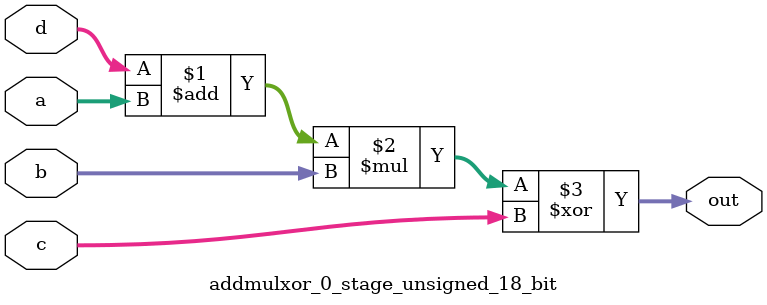
<source format=sv>
(* use_dsp = "yes" *) module addmulxor_0_stage_unsigned_18_bit(
	input  [17:0] a,
	input  [17:0] b,
	input  [17:0] c,
	input  [17:0] d,
	output [17:0] out
	);

	assign out = ((d + a) * b) ^ c;
endmodule

</source>
